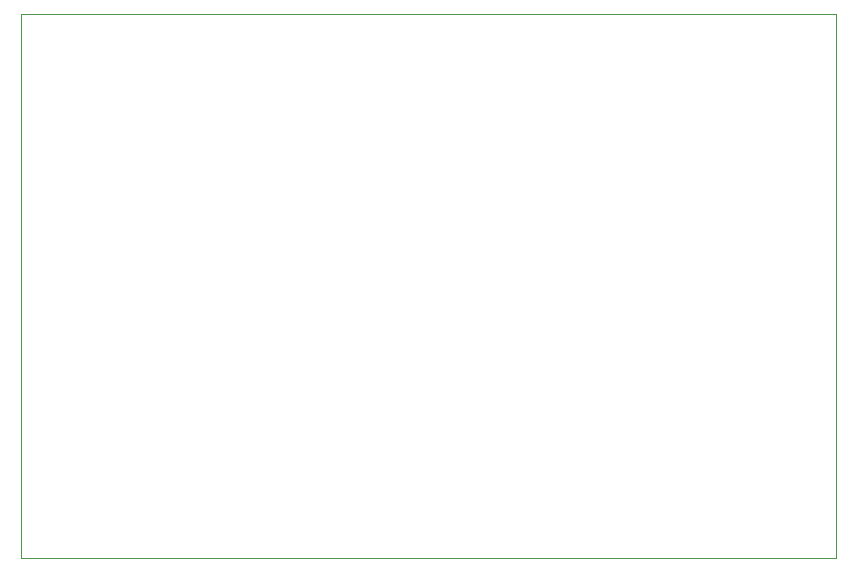
<source format=gbr>
%TF.GenerationSoftware,KiCad,Pcbnew,7.0.5*%
%TF.CreationDate,2023-06-27T23:48:29+08:00*%
%TF.ProjectId,BQ40Z80,42513430-5a38-4302-9e6b-696361645f70,rev?*%
%TF.SameCoordinates,Original*%
%TF.FileFunction,Profile,NP*%
%FSLAX46Y46*%
G04 Gerber Fmt 4.6, Leading zero omitted, Abs format (unit mm)*
G04 Created by KiCad (PCBNEW 7.0.5) date 2023-06-27 23:48:29*
%MOMM*%
%LPD*%
G01*
G04 APERTURE LIST*
%TA.AperFunction,Profile*%
%ADD10C,0.120000*%
%TD*%
G04 APERTURE END LIST*
D10*
X100000000Y-100000000D02*
X169000000Y-100000000D01*
X169000000Y-146000000D01*
X100000000Y-146000000D01*
X100000000Y-100000000D01*
M02*

</source>
